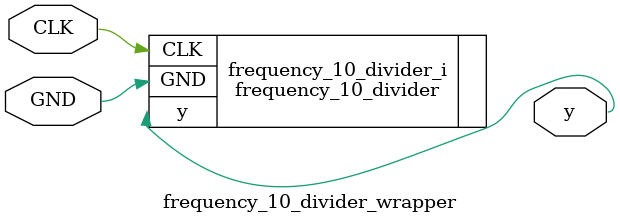
<source format=v>
`timescale 1 ps / 1 ps

module frequency_10_divider_wrapper
   (CLK,
    GND,
    y);
  input CLK;
  input GND;
  output y;

  wire CLK;
  wire GND;
  wire y;

  frequency_10_divider frequency_10_divider_i
       (.CLK(CLK),
        .GND(GND),
        .y(y));
endmodule

</source>
